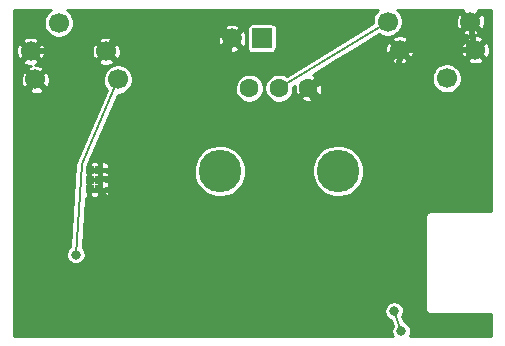
<source format=gbr>
G04 #@! TF.FileFunction,Copper,L2,Bot,Signal*
%FSLAX46Y46*%
G04 Gerber Fmt 4.6, Leading zero omitted, Abs format (unit mm)*
G04 Created by KiCad (PCBNEW 4.0.0-rc1-stable) date 19.10.2015 17:54:31*
%MOMM*%
G01*
G04 APERTURE LIST*
%ADD10C,0.100000*%
%ADD11R,0.800000X0.800000*%
%ADD12C,3.600000*%
%ADD13C,1.600000*%
%ADD14C,1.699260*%
%ADD15R,1.676400X1.676400*%
%ADD16C,1.676400*%
%ADD17C,0.800000*%
%ADD18C,0.200000*%
%ADD19C,0.500000*%
%ADD20C,0.254000*%
G04 APERTURE END LIST*
D10*
D11*
X196748800Y-103272300D03*
X197548800Y-103272300D03*
X196748800Y-102472300D03*
X197548800Y-102472300D03*
X196748800Y-104072300D03*
X197548800Y-104072300D03*
D12*
X217750000Y-102524300D03*
X207750000Y-102524300D03*
D13*
X215250000Y-95524300D03*
X212750000Y-95524300D03*
X210250000Y-95524300D03*
D14*
X191721360Y-92382000D03*
X192120140Y-94782300D03*
X194121660Y-89981700D03*
X199120380Y-94782300D03*
X198119620Y-92382000D03*
X229361340Y-92274200D03*
X228962560Y-89873900D03*
X226961040Y-94674500D03*
X221962320Y-89873900D03*
X222963080Y-92274200D03*
D15*
X211317600Y-91304500D03*
D16*
X208777600Y-91304500D03*
D17*
X222499800Y-114380700D03*
X223101200Y-116087600D03*
X213671600Y-90195900D03*
X218304300Y-90258900D03*
X211617600Y-94393500D03*
X208012100Y-94340300D03*
X224201300Y-108230700D03*
X219859600Y-110439500D03*
X219597800Y-114947900D03*
X222627700Y-99457500D03*
X201526400Y-98165700D03*
X198384600Y-101372300D03*
X197834900Y-109464600D03*
X200727400Y-103203100D03*
X192373200Y-105345500D03*
X194762500Y-96874400D03*
X191178600Y-99915300D03*
X192916200Y-99118900D03*
X191033800Y-96838200D03*
X193676400Y-92349300D03*
X199649600Y-90104800D03*
X204355800Y-90141000D03*
X202437100Y-94521300D03*
X205043600Y-98358700D03*
X204681600Y-103897500D03*
X201170100Y-105236900D03*
X191504400Y-111535900D03*
X197803400Y-111861700D03*
X204428200Y-111391100D03*
X211632200Y-111029100D03*
X191576800Y-115880100D03*
X197405200Y-115880100D03*
X201749300Y-115192200D03*
X208881000Y-115735300D03*
X214528300Y-115662800D03*
X208120700Y-108965600D03*
X210184200Y-106648700D03*
X215433400Y-106612500D03*
X210220400Y-98394900D03*
X216736600Y-98575900D03*
X220284300Y-106576300D03*
X221455800Y-102675800D03*
X220006100Y-96404300D03*
X229334500Y-101667300D03*
X225899400Y-97854000D03*
X229113900Y-96561900D03*
X225836300Y-90826200D03*
X195554800Y-109607900D03*
D18*
X222499800Y-114380700D02*
X223101200Y-116087600D01*
D19*
X208012100Y-94340300D02*
X208859700Y-94340300D01*
X213671600Y-90195900D02*
X211617600Y-94393500D01*
X213671600Y-90195900D02*
X218304300Y-90258900D01*
X210924100Y-93700000D02*
X211617600Y-94393500D01*
X209500000Y-93700000D02*
X210924100Y-93700000D01*
X208859700Y-94340300D02*
X209500000Y-93700000D01*
X216736600Y-98575900D02*
X215250000Y-95524300D01*
X220006100Y-96404300D02*
X216736600Y-98575900D01*
X222963100Y-92274200D02*
X225836300Y-90826200D01*
X225899400Y-97854000D02*
X222627700Y-99457500D01*
X229334500Y-101667300D02*
X225899400Y-97854000D01*
X229113900Y-96561900D02*
X225899400Y-97854000D01*
X221455800Y-102675800D02*
X222627700Y-99457500D01*
X214528300Y-115662800D02*
X219597800Y-114947900D01*
X220284300Y-106576300D02*
X224201300Y-108230700D01*
X215433400Y-106612500D02*
X220284300Y-106576300D01*
X211632200Y-111029100D02*
X208881000Y-115735300D01*
X208120700Y-108965600D02*
X211632200Y-111029100D01*
X208120700Y-108965600D02*
X210184200Y-106648700D01*
X204428200Y-111391100D02*
X208120700Y-108965600D01*
X201749300Y-115192200D02*
X204428200Y-111391100D01*
X190736700Y-108958300D02*
X192373200Y-105345500D01*
X191504400Y-111535900D02*
X190736700Y-108958300D01*
X197405200Y-115880100D02*
X201749300Y-115192200D01*
X197803400Y-111861700D02*
X197405200Y-115880100D01*
X197803400Y-111861700D02*
X197834900Y-109464600D01*
X191576800Y-115880100D02*
X191504400Y-111535900D01*
X201170100Y-105236900D02*
X200727400Y-103203100D01*
X204681600Y-103897500D02*
X201170100Y-105236900D01*
X208012100Y-94340300D02*
X210220400Y-98394900D01*
X208012100Y-94340300D02*
X208777600Y-91304500D01*
X204355800Y-90141000D02*
X208777600Y-91304500D01*
X201526400Y-98165700D02*
X205043600Y-98358700D01*
X202437100Y-94521300D02*
X201526400Y-98165700D01*
X193596500Y-97223700D02*
X194762500Y-96874400D01*
X192997700Y-97728000D02*
X193596500Y-97223700D01*
X192916200Y-99118900D02*
X192997700Y-97728000D01*
X191178600Y-99915300D02*
X192916200Y-99118900D01*
X191033800Y-96838200D02*
X191178600Y-99915300D01*
X192120100Y-94782300D02*
X191033800Y-96838200D01*
X198119600Y-92382000D02*
X199649600Y-90104800D01*
X191721400Y-92382000D02*
X193676400Y-92349300D01*
X197698800Y-103203100D02*
X197548800Y-103272300D01*
X197948800Y-103203100D02*
X197698800Y-103203100D01*
X200727400Y-103203100D02*
X197948800Y-103203100D01*
X197910800Y-104604800D02*
X197548800Y-104072300D01*
X197698800Y-104472300D02*
X197910800Y-104604800D01*
X197698800Y-104575900D02*
X197698800Y-104472300D01*
X197834900Y-109464600D02*
X197698800Y-104575900D01*
X198384600Y-101372300D02*
X201526400Y-98165700D01*
X224201300Y-108230700D02*
X219859600Y-110439500D01*
X208777600Y-91304500D02*
X201526400Y-98165700D01*
X222627700Y-99457500D02*
X222963100Y-92274200D01*
X222963100Y-92274200D02*
X215250000Y-95524300D01*
X228962600Y-89873900D02*
X229361300Y-92274200D01*
X222963100Y-92274200D02*
X229361300Y-92274200D01*
X224201300Y-108230700D02*
X222627700Y-99457500D01*
X219859600Y-110439500D02*
X219597800Y-114947900D01*
D18*
X196048300Y-101947800D02*
X199120400Y-94782300D01*
X195554800Y-109607900D02*
X196048300Y-101947800D01*
X212750000Y-95524300D02*
X221962300Y-89873900D01*
D20*
G36*
X193317848Y-88981960D02*
X193138973Y-89157128D01*
X192997528Y-89363703D01*
X192898900Y-89593818D01*
X192846848Y-89838707D01*
X192843352Y-90089043D01*
X192888547Y-90335290D01*
X192980710Y-90568068D01*
X193116333Y-90778513D01*
X193290247Y-90958607D01*
X193495830Y-91101491D01*
X193725251Y-91201722D01*
X193969771Y-91255483D01*
X194220076Y-91260726D01*
X194466632Y-91217252D01*
X194700049Y-91126715D01*
X194911435Y-90992566D01*
X195092739Y-90819913D01*
X195237054Y-90615332D01*
X195322692Y-90422985D01*
X208075690Y-90422985D01*
X208777600Y-91124895D01*
X209436195Y-90466300D01*
X210050334Y-90466300D01*
X210050334Y-92142700D01*
X210055756Y-92210698D01*
X210091473Y-92326030D01*
X210157906Y-92426846D01*
X210249795Y-92505163D01*
X210359865Y-92554779D01*
X210479400Y-92571766D01*
X212155800Y-92571766D01*
X212223798Y-92566344D01*
X212339130Y-92530627D01*
X212439946Y-92464194D01*
X212518263Y-92372305D01*
X212567879Y-92262235D01*
X212584866Y-92142700D01*
X212584866Y-90466300D01*
X212579444Y-90398302D01*
X212543727Y-90282970D01*
X212477294Y-90182154D01*
X212385405Y-90103837D01*
X212275335Y-90054221D01*
X212155800Y-90037234D01*
X210479400Y-90037234D01*
X210411402Y-90042656D01*
X210296070Y-90078373D01*
X210195254Y-90144806D01*
X210116937Y-90236695D01*
X210067321Y-90346765D01*
X210050334Y-90466300D01*
X209436195Y-90466300D01*
X209479510Y-90422985D01*
X209388695Y-90247334D01*
X209170710Y-90148428D01*
X208937618Y-90093950D01*
X208698377Y-90085992D01*
X208462180Y-90124861D01*
X208238104Y-90209063D01*
X208166505Y-90247334D01*
X208075690Y-90422985D01*
X195322692Y-90422985D01*
X195338885Y-90386617D01*
X195394352Y-90142478D01*
X195398345Y-89856520D01*
X195349716Y-89610928D01*
X195254311Y-89379459D01*
X195115764Y-89170928D01*
X194939352Y-88993280D01*
X194766959Y-88877000D01*
X221155608Y-88877000D01*
X220979633Y-89049328D01*
X220838188Y-89255903D01*
X220739560Y-89486018D01*
X220687508Y-89730907D01*
X220684012Y-89981243D01*
X220693657Y-90033794D01*
X213419218Y-94495600D01*
X213336415Y-94439749D01*
X213114589Y-94346502D01*
X212878877Y-94298117D01*
X212638256Y-94296437D01*
X212401891Y-94341526D01*
X212178785Y-94431667D01*
X211977437Y-94563425D01*
X211805515Y-94731783D01*
X211669569Y-94930328D01*
X211574776Y-95151497D01*
X211524747Y-95386866D01*
X211521387Y-95627470D01*
X211564825Y-95864143D01*
X211653406Y-96087873D01*
X211783755Y-96290136D01*
X211950909Y-96463229D01*
X212148500Y-96600558D01*
X212369002Y-96696893D01*
X212604015Y-96748564D01*
X212844590Y-96753603D01*
X213081561Y-96711819D01*
X213305904Y-96624802D01*
X213509072Y-96495868D01*
X213632328Y-96378492D01*
X214575413Y-96378492D01*
X214661595Y-96550236D01*
X214873051Y-96645315D01*
X215098992Y-96697314D01*
X215330738Y-96704236D01*
X215559380Y-96665812D01*
X215776133Y-96583521D01*
X215838405Y-96550236D01*
X215924587Y-96378492D01*
X215250000Y-95703905D01*
X214575413Y-96378492D01*
X213632328Y-96378492D01*
X213683327Y-96329926D01*
X213822032Y-96133299D01*
X213919904Y-95913475D01*
X213973215Y-95678828D01*
X213977053Y-95403986D01*
X213974569Y-95391439D01*
X214088957Y-95321279D01*
X214076986Y-95373292D01*
X214070064Y-95605038D01*
X214108488Y-95833680D01*
X214190779Y-96050433D01*
X214224064Y-96112705D01*
X214395808Y-96198887D01*
X215070395Y-95524300D01*
X215429605Y-95524300D01*
X216104192Y-96198887D01*
X216275936Y-96112705D01*
X216371015Y-95901249D01*
X216423014Y-95675308D01*
X216429936Y-95443562D01*
X216391512Y-95214920D01*
X216309221Y-94998167D01*
X216275936Y-94935895D01*
X216104192Y-94849713D01*
X215429605Y-95524300D01*
X215070395Y-95524300D01*
X215056253Y-95510158D01*
X215235858Y-95330553D01*
X215250000Y-95344695D01*
X215812852Y-94781843D01*
X225682732Y-94781843D01*
X225727927Y-95028090D01*
X225820090Y-95260868D01*
X225955713Y-95471313D01*
X226129627Y-95651407D01*
X226335210Y-95794291D01*
X226564631Y-95894522D01*
X226809151Y-95948283D01*
X227059456Y-95953526D01*
X227306012Y-95910052D01*
X227539429Y-95819515D01*
X227750815Y-95685366D01*
X227932119Y-95512713D01*
X228076434Y-95308132D01*
X228178265Y-95079417D01*
X228233732Y-94835278D01*
X228237725Y-94549320D01*
X228189096Y-94303728D01*
X228093691Y-94072259D01*
X227955144Y-93863728D01*
X227778732Y-93686080D01*
X227571174Y-93546081D01*
X227340376Y-93449062D01*
X227095130Y-93398720D01*
X226844776Y-93396973D01*
X226598850Y-93443885D01*
X226366721Y-93537672D01*
X226157228Y-93674760D01*
X225978353Y-93849928D01*
X225836908Y-94056503D01*
X225738280Y-94286618D01*
X225686228Y-94531507D01*
X225682732Y-94781843D01*
X215812852Y-94781843D01*
X215924587Y-94670108D01*
X215838405Y-94498364D01*
X215626949Y-94403285D01*
X215596907Y-94396371D01*
X217606324Y-93163887D01*
X222252998Y-93163887D01*
X222345197Y-93340708D01*
X222565135Y-93440759D01*
X222800366Y-93495979D01*
X223041850Y-93504246D01*
X223280306Y-93465244D01*
X223506572Y-93380470D01*
X223580963Y-93340708D01*
X223673162Y-93163887D01*
X228651258Y-93163887D01*
X228743457Y-93340708D01*
X228963395Y-93440759D01*
X229198626Y-93495979D01*
X229440110Y-93504246D01*
X229678566Y-93465244D01*
X229904832Y-93380470D01*
X229979223Y-93340708D01*
X230071422Y-93163887D01*
X229361340Y-92453805D01*
X228651258Y-93163887D01*
X223673162Y-93163887D01*
X222963080Y-92453805D01*
X222252998Y-93163887D01*
X217606324Y-93163887D01*
X218928428Y-92352970D01*
X221733034Y-92352970D01*
X221772036Y-92591426D01*
X221856810Y-92817692D01*
X221896572Y-92892083D01*
X222073393Y-92984282D01*
X222783475Y-92274200D01*
X223142685Y-92274200D01*
X223852767Y-92984282D01*
X224029588Y-92892083D01*
X224129639Y-92672145D01*
X224184859Y-92436914D01*
X224187732Y-92352970D01*
X228131294Y-92352970D01*
X228170296Y-92591426D01*
X228255070Y-92817692D01*
X228294832Y-92892083D01*
X228471653Y-92984282D01*
X229181735Y-92274200D01*
X229540945Y-92274200D01*
X230251027Y-92984282D01*
X230427848Y-92892083D01*
X230527899Y-92672145D01*
X230583119Y-92436914D01*
X230591386Y-92195430D01*
X230552384Y-91956974D01*
X230467610Y-91730708D01*
X230427848Y-91656317D01*
X230251027Y-91564118D01*
X229540945Y-92274200D01*
X229181735Y-92274200D01*
X228471653Y-91564118D01*
X228294832Y-91656317D01*
X228194781Y-91876255D01*
X228139561Y-92111486D01*
X228131294Y-92352970D01*
X224187732Y-92352970D01*
X224193126Y-92195430D01*
X224154124Y-91956974D01*
X224069350Y-91730708D01*
X224029588Y-91656317D01*
X223852767Y-91564118D01*
X223142685Y-92274200D01*
X222783475Y-92274200D01*
X222073393Y-91564118D01*
X221896572Y-91656317D01*
X221796521Y-91876255D01*
X221741301Y-92111486D01*
X221733034Y-92352970D01*
X218928428Y-92352970D01*
X220507381Y-91384513D01*
X222252998Y-91384513D01*
X222963080Y-92094595D01*
X223673162Y-91384513D01*
X223580963Y-91207692D01*
X223361025Y-91107641D01*
X223125794Y-91052421D01*
X222884310Y-91044154D01*
X222645854Y-91083156D01*
X222419588Y-91167930D01*
X222345197Y-91207692D01*
X222252998Y-91384513D01*
X220507381Y-91384513D01*
X221246520Y-90931160D01*
X221336490Y-90993691D01*
X221565911Y-91093922D01*
X221810431Y-91147683D01*
X222060736Y-91152926D01*
X222307292Y-91109452D01*
X222540709Y-91018915D01*
X222752095Y-90884766D01*
X222879345Y-90763587D01*
X228252478Y-90763587D01*
X228344677Y-90940408D01*
X228564615Y-91040459D01*
X228799846Y-91095679D01*
X228993037Y-91102293D01*
X228817848Y-91167930D01*
X228743457Y-91207692D01*
X228651258Y-91384513D01*
X229361340Y-92094595D01*
X230071422Y-91384513D01*
X229979223Y-91207692D01*
X229759285Y-91107641D01*
X229524054Y-91052421D01*
X229330863Y-91045807D01*
X229506052Y-90980170D01*
X229580443Y-90940408D01*
X229672642Y-90763587D01*
X228962560Y-90053505D01*
X228252478Y-90763587D01*
X222879345Y-90763587D01*
X222933399Y-90712113D01*
X223077714Y-90507532D01*
X223179545Y-90278817D01*
X223235012Y-90034678D01*
X223236157Y-89952670D01*
X227732514Y-89952670D01*
X227771516Y-90191126D01*
X227856290Y-90417392D01*
X227896052Y-90491783D01*
X228072873Y-90583982D01*
X228782955Y-89873900D01*
X229142165Y-89873900D01*
X229852247Y-90583982D01*
X230029068Y-90491783D01*
X230129119Y-90271845D01*
X230184339Y-90036614D01*
X230192606Y-89795130D01*
X230153604Y-89556674D01*
X230068830Y-89330408D01*
X230029068Y-89256017D01*
X229852247Y-89163818D01*
X229142165Y-89873900D01*
X228782955Y-89873900D01*
X228072873Y-89163818D01*
X227896052Y-89256017D01*
X227796001Y-89475955D01*
X227740781Y-89711186D01*
X227732514Y-89952670D01*
X223236157Y-89952670D01*
X223239005Y-89748720D01*
X223190376Y-89503128D01*
X223094971Y-89271659D01*
X222956424Y-89063128D01*
X222780012Y-88885480D01*
X222767440Y-88877000D01*
X228308382Y-88877000D01*
X228252478Y-88984213D01*
X228962560Y-89694295D01*
X229672642Y-88984213D01*
X229616738Y-88877000D01*
X230723000Y-88877000D01*
X230723000Y-105923000D01*
X225600000Y-105923000D01*
X225555270Y-105927386D01*
X225510619Y-105931449D01*
X225509017Y-105931921D01*
X225507350Y-105932084D01*
X225464381Y-105945058D01*
X225421313Y-105957733D01*
X225419829Y-105958509D01*
X225418229Y-105958992D01*
X225378665Y-105980028D01*
X225338812Y-106000863D01*
X225337505Y-106001914D01*
X225336032Y-106002697D01*
X225301243Y-106031070D01*
X225266261Y-106059197D01*
X225265188Y-106060475D01*
X225263889Y-106061535D01*
X225235223Y-106096187D01*
X225206421Y-106130511D01*
X225205616Y-106131975D01*
X225204549Y-106133265D01*
X225183188Y-106172772D01*
X225161572Y-106212090D01*
X225161066Y-106213684D01*
X225160271Y-106215155D01*
X225146999Y-106258032D01*
X225133424Y-106300826D01*
X225133238Y-106302488D01*
X225132743Y-106304086D01*
X225128058Y-106348664D01*
X225123046Y-106393340D01*
X225123024Y-106396558D01*
X225123012Y-106396670D01*
X225123022Y-106396782D01*
X225123000Y-106400000D01*
X225123000Y-114200000D01*
X225127386Y-114244730D01*
X225131449Y-114289381D01*
X225131921Y-114290983D01*
X225132084Y-114292650D01*
X225145058Y-114335619D01*
X225157733Y-114378687D01*
X225158509Y-114380171D01*
X225158992Y-114381771D01*
X225180028Y-114421335D01*
X225200863Y-114461188D01*
X225201914Y-114462495D01*
X225202697Y-114463968D01*
X225231070Y-114498757D01*
X225259197Y-114533739D01*
X225260475Y-114534812D01*
X225261535Y-114536111D01*
X225296187Y-114564777D01*
X225330511Y-114593579D01*
X225331975Y-114594384D01*
X225333265Y-114595451D01*
X225372772Y-114616812D01*
X225412090Y-114638428D01*
X225413684Y-114638934D01*
X225415155Y-114639729D01*
X225458032Y-114653001D01*
X225500826Y-114666576D01*
X225502488Y-114666762D01*
X225504086Y-114667257D01*
X225548664Y-114671942D01*
X225593340Y-114676954D01*
X225596558Y-114676976D01*
X225596670Y-114676988D01*
X225596782Y-114676978D01*
X225600000Y-114677000D01*
X230723000Y-114677000D01*
X230723000Y-116523000D01*
X223806162Y-116523000D01*
X223823751Y-116498066D01*
X223889717Y-116349905D01*
X223925648Y-116191752D01*
X223928235Y-116006509D01*
X223896733Y-115847414D01*
X223834930Y-115697469D01*
X223745180Y-115562383D01*
X223630900Y-115447303D01*
X223496444Y-115356611D01*
X223386051Y-115310206D01*
X223209563Y-114809295D01*
X223222351Y-114791166D01*
X223288317Y-114643005D01*
X223324248Y-114484852D01*
X223326835Y-114299609D01*
X223295333Y-114140514D01*
X223233530Y-113990569D01*
X223143780Y-113855483D01*
X223029500Y-113740403D01*
X222895044Y-113649711D01*
X222745534Y-113586863D01*
X222586663Y-113554251D01*
X222424484Y-113553119D01*
X222265174Y-113583509D01*
X222114801Y-113644264D01*
X221979092Y-113733069D01*
X221863216Y-113846543D01*
X221771588Y-113980362D01*
X221707698Y-114129430D01*
X221673978Y-114288069D01*
X221671713Y-114450236D01*
X221700991Y-114609755D01*
X221760694Y-114760549D01*
X221848550Y-114896874D01*
X221961212Y-115013539D01*
X222094388Y-115106099D01*
X222215231Y-115158894D01*
X222391742Y-115659872D01*
X222372988Y-115687262D01*
X222309098Y-115836330D01*
X222275378Y-115994969D01*
X222273113Y-116157136D01*
X222302391Y-116316655D01*
X222362094Y-116467449D01*
X222397894Y-116523000D01*
X190277000Y-116523000D01*
X190277000Y-109677436D01*
X194726713Y-109677436D01*
X194755991Y-109836955D01*
X194815694Y-109987749D01*
X194903550Y-110124074D01*
X195016212Y-110240739D01*
X195149388Y-110333299D01*
X195298007Y-110398229D01*
X195456406Y-110433055D01*
X195618554Y-110436452D01*
X195778273Y-110408289D01*
X195929480Y-110349640D01*
X196066415Y-110262738D01*
X196183864Y-110150893D01*
X196277351Y-110018366D01*
X196343317Y-109870205D01*
X196379248Y-109712052D01*
X196381835Y-109526809D01*
X196350333Y-109367714D01*
X196288530Y-109217769D01*
X196198780Y-109082683D01*
X196121729Y-109005092D01*
X196389464Y-104849300D01*
X196527550Y-104849300D01*
X196621800Y-104755050D01*
X196621800Y-104293550D01*
X196771800Y-104293550D01*
X196771800Y-104509431D01*
X196786288Y-104582267D01*
X196814707Y-104650876D01*
X196855965Y-104712623D01*
X196875800Y-104732458D01*
X196875800Y-104755050D01*
X196970050Y-104849300D01*
X197327550Y-104849300D01*
X197421800Y-104755050D01*
X197421800Y-104732458D01*
X197441635Y-104712623D01*
X197482893Y-104650876D01*
X197511312Y-104582267D01*
X197525800Y-104509431D01*
X197525800Y-104293550D01*
X197431550Y-104199300D01*
X197675800Y-104199300D01*
X197675800Y-104755050D01*
X197770050Y-104849300D01*
X197985932Y-104849300D01*
X198058767Y-104834812D01*
X198127377Y-104806393D01*
X198189124Y-104765135D01*
X198241635Y-104712623D01*
X198282893Y-104650876D01*
X198311312Y-104582267D01*
X198325800Y-104509431D01*
X198325800Y-104293550D01*
X198231550Y-104199300D01*
X197675800Y-104199300D01*
X197431550Y-104199300D01*
X196866050Y-104199300D01*
X196771800Y-104293550D01*
X196621800Y-104293550D01*
X196621800Y-104199300D01*
X196601800Y-104199300D01*
X196601800Y-103975050D01*
X196621800Y-103955050D01*
X196621800Y-103493550D01*
X196771800Y-103493550D01*
X196771800Y-103851050D01*
X196866050Y-103945300D01*
X196875800Y-103945300D01*
X196875800Y-103955050D01*
X196970050Y-104049300D01*
X197327550Y-104049300D01*
X197421800Y-103955050D01*
X197421800Y-103945300D01*
X197431550Y-103945300D01*
X197525800Y-103851050D01*
X197525800Y-103493550D01*
X197431550Y-103399300D01*
X197421800Y-103399300D01*
X197421800Y-103389550D01*
X197675800Y-103389550D01*
X197675800Y-103955050D01*
X197770050Y-104049300D01*
X197985932Y-104049300D01*
X198058767Y-104034812D01*
X198127377Y-104006393D01*
X198189124Y-103965135D01*
X198208959Y-103945300D01*
X198231550Y-103945300D01*
X198325800Y-103851050D01*
X198325800Y-103493550D01*
X198231550Y-103399300D01*
X198208959Y-103399300D01*
X198189124Y-103379465D01*
X198127377Y-103338207D01*
X198058767Y-103309788D01*
X197985932Y-103295300D01*
X197770050Y-103295300D01*
X197675800Y-103389550D01*
X197421800Y-103389550D01*
X197327550Y-103295300D01*
X196970050Y-103295300D01*
X196875800Y-103389550D01*
X196875800Y-103399300D01*
X196866050Y-103399300D01*
X196771800Y-103493550D01*
X196621800Y-103493550D01*
X196621800Y-103389550D01*
X196601800Y-103369550D01*
X196601800Y-103175050D01*
X196621800Y-103155050D01*
X196621800Y-102693550D01*
X196771800Y-102693550D01*
X196771800Y-103051050D01*
X196866050Y-103145300D01*
X196875800Y-103145300D01*
X196875800Y-103155050D01*
X196970050Y-103249300D01*
X197327550Y-103249300D01*
X197421800Y-103155050D01*
X197421800Y-103145300D01*
X197431550Y-103145300D01*
X197525800Y-103051050D01*
X197525800Y-102693550D01*
X197431550Y-102599300D01*
X197421800Y-102599300D01*
X197421800Y-102589550D01*
X197675800Y-102589550D01*
X197675800Y-103155050D01*
X197770050Y-103249300D01*
X197985932Y-103249300D01*
X198058767Y-103234812D01*
X198127377Y-103206393D01*
X198189124Y-103165135D01*
X198208959Y-103145300D01*
X198231550Y-103145300D01*
X198325800Y-103051050D01*
X198325800Y-102711552D01*
X205520072Y-102711552D01*
X205598912Y-103141115D01*
X205759685Y-103547183D01*
X205996270Y-103914290D01*
X206299653Y-104228452D01*
X206658279Y-104477704D01*
X207058489Y-104652551D01*
X207485038Y-104746334D01*
X207921680Y-104755481D01*
X208351782Y-104679642D01*
X208758963Y-104521707D01*
X209127712Y-104287692D01*
X209443985Y-103986509D01*
X209695735Y-103629631D01*
X209873372Y-103230652D01*
X209970130Y-102804768D01*
X209971431Y-102711552D01*
X215520072Y-102711552D01*
X215598912Y-103141115D01*
X215759685Y-103547183D01*
X215996270Y-103914290D01*
X216299653Y-104228452D01*
X216658279Y-104477704D01*
X217058489Y-104652551D01*
X217485038Y-104746334D01*
X217921680Y-104755481D01*
X218351782Y-104679642D01*
X218758963Y-104521707D01*
X219127712Y-104287692D01*
X219443985Y-103986509D01*
X219695735Y-103629631D01*
X219873372Y-103230652D01*
X219970130Y-102804768D01*
X219977096Y-102305931D01*
X219892267Y-101877512D01*
X219725839Y-101473728D01*
X219484152Y-101109960D01*
X219176412Y-100800064D01*
X218814340Y-100555844D01*
X218411728Y-100386601D01*
X217983911Y-100298783D01*
X217547185Y-100295734D01*
X217118183Y-100377570D01*
X216713247Y-100541175D01*
X216347801Y-100780316D01*
X216035764Y-101085885D01*
X215789022Y-101446243D01*
X215616973Y-101847664D01*
X215526170Y-102274857D01*
X215520072Y-102711552D01*
X209971431Y-102711552D01*
X209977096Y-102305931D01*
X209892267Y-101877512D01*
X209725839Y-101473728D01*
X209484152Y-101109960D01*
X209176412Y-100800064D01*
X208814340Y-100555844D01*
X208411728Y-100386601D01*
X207983911Y-100298783D01*
X207547185Y-100295734D01*
X207118183Y-100377570D01*
X206713247Y-100541175D01*
X206347801Y-100780316D01*
X206035764Y-101085885D01*
X205789022Y-101446243D01*
X205616973Y-101847664D01*
X205526170Y-102274857D01*
X205520072Y-102711552D01*
X198325800Y-102711552D01*
X198325800Y-102693550D01*
X198231550Y-102599300D01*
X198208959Y-102599300D01*
X198189124Y-102579465D01*
X198127377Y-102538207D01*
X198058767Y-102509788D01*
X197985932Y-102495300D01*
X197770050Y-102495300D01*
X197675800Y-102589550D01*
X197421800Y-102589550D01*
X197327550Y-102495300D01*
X196970050Y-102495300D01*
X196875800Y-102589550D01*
X196875800Y-102599300D01*
X196866050Y-102599300D01*
X196771800Y-102693550D01*
X196621800Y-102693550D01*
X196621800Y-102589550D01*
X196601800Y-102569550D01*
X196601800Y-102345300D01*
X196621800Y-102345300D01*
X196621800Y-102035169D01*
X196771800Y-102035169D01*
X196771800Y-102251050D01*
X196866050Y-102345300D01*
X197431550Y-102345300D01*
X197525800Y-102251050D01*
X197525800Y-102035169D01*
X197511312Y-101962333D01*
X197482893Y-101893724D01*
X197441635Y-101831977D01*
X197421800Y-101812142D01*
X197421800Y-101789550D01*
X197675800Y-101789550D01*
X197675800Y-102345300D01*
X198231550Y-102345300D01*
X198325800Y-102251050D01*
X198325800Y-102035169D01*
X198311312Y-101962333D01*
X198282893Y-101893724D01*
X198241635Y-101831977D01*
X198189124Y-101779465D01*
X198127377Y-101738207D01*
X198058767Y-101709788D01*
X197985932Y-101695300D01*
X197770050Y-101695300D01*
X197675800Y-101789550D01*
X197421800Y-101789550D01*
X197327550Y-101695300D01*
X196970050Y-101695300D01*
X196875800Y-101789550D01*
X196875800Y-101812142D01*
X196855965Y-101831977D01*
X196814707Y-101893724D01*
X196786288Y-101962333D01*
X196771800Y-102035169D01*
X196621800Y-102035169D01*
X196621800Y-101947550D01*
X199146083Y-96059803D01*
X199218796Y-96061326D01*
X199465352Y-96017852D01*
X199698769Y-95927315D01*
X199910155Y-95793166D01*
X200084153Y-95627470D01*
X209021387Y-95627470D01*
X209064825Y-95864143D01*
X209153406Y-96087873D01*
X209283755Y-96290136D01*
X209450909Y-96463229D01*
X209648500Y-96600558D01*
X209869002Y-96696893D01*
X210104015Y-96748564D01*
X210344590Y-96753603D01*
X210581561Y-96711819D01*
X210805904Y-96624802D01*
X211009072Y-96495868D01*
X211183327Y-96329926D01*
X211322032Y-96133299D01*
X211419904Y-95913475D01*
X211473215Y-95678828D01*
X211477053Y-95403986D01*
X211430315Y-95167942D01*
X211338619Y-94945471D01*
X211205458Y-94745048D01*
X211035904Y-94574306D01*
X210836415Y-94439749D01*
X210614589Y-94346502D01*
X210378877Y-94298117D01*
X210138256Y-94296437D01*
X209901891Y-94341526D01*
X209678785Y-94431667D01*
X209477437Y-94563425D01*
X209305515Y-94731783D01*
X209169569Y-94930328D01*
X209074776Y-95151497D01*
X209024747Y-95386866D01*
X209021387Y-95627470D01*
X200084153Y-95627470D01*
X200091459Y-95620513D01*
X200235774Y-95415932D01*
X200337605Y-95187217D01*
X200393072Y-94943078D01*
X200397065Y-94657120D01*
X200348436Y-94411528D01*
X200253031Y-94180059D01*
X200114484Y-93971528D01*
X199938072Y-93793880D01*
X199730514Y-93653881D01*
X199499716Y-93556862D01*
X199254470Y-93506520D01*
X199004116Y-93504773D01*
X198758190Y-93551685D01*
X198526061Y-93645472D01*
X198316568Y-93782560D01*
X198137693Y-93957728D01*
X197996248Y-94164303D01*
X197897620Y-94394418D01*
X197845568Y-94639307D01*
X197842072Y-94889643D01*
X197887267Y-95135890D01*
X197979430Y-95368668D01*
X198115053Y-95579113D01*
X198177611Y-95643894D01*
X195563939Y-101740138D01*
X195553480Y-101773098D01*
X195540927Y-101805317D01*
X195537957Y-101822014D01*
X195532829Y-101838173D01*
X195528972Y-101872526D01*
X195522914Y-101906579D01*
X195522390Y-101913919D01*
X195069942Y-108936810D01*
X195034092Y-108960269D01*
X194918216Y-109073743D01*
X194826588Y-109207562D01*
X194762698Y-109356630D01*
X194728978Y-109515269D01*
X194726713Y-109677436D01*
X190277000Y-109677436D01*
X190277000Y-95671987D01*
X191410058Y-95671987D01*
X191502257Y-95848808D01*
X191722195Y-95948859D01*
X191957426Y-96004079D01*
X192198910Y-96012346D01*
X192437366Y-95973344D01*
X192663632Y-95888570D01*
X192738023Y-95848808D01*
X192830222Y-95671987D01*
X192120140Y-94961905D01*
X191410058Y-95671987D01*
X190277000Y-95671987D01*
X190277000Y-94861070D01*
X190890094Y-94861070D01*
X190929096Y-95099526D01*
X191013870Y-95325792D01*
X191053632Y-95400183D01*
X191230453Y-95492382D01*
X191940535Y-94782300D01*
X192299745Y-94782300D01*
X193009827Y-95492382D01*
X193186648Y-95400183D01*
X193286699Y-95180245D01*
X193341919Y-94945014D01*
X193350186Y-94703530D01*
X193311184Y-94465074D01*
X193226410Y-94238808D01*
X193186648Y-94164417D01*
X193009827Y-94072218D01*
X192299745Y-94782300D01*
X191940535Y-94782300D01*
X191230453Y-94072218D01*
X191053632Y-94164417D01*
X190953581Y-94384355D01*
X190898361Y-94619586D01*
X190890094Y-94861070D01*
X190277000Y-94861070D01*
X190277000Y-93271687D01*
X191011278Y-93271687D01*
X191103477Y-93448508D01*
X191323415Y-93548559D01*
X191558646Y-93603779D01*
X191751837Y-93610393D01*
X191576648Y-93676030D01*
X191502257Y-93715792D01*
X191410058Y-93892613D01*
X192120140Y-94602695D01*
X192830222Y-93892613D01*
X192738023Y-93715792D01*
X192518085Y-93615741D01*
X192282854Y-93560521D01*
X192089663Y-93553907D01*
X192264852Y-93488270D01*
X192339243Y-93448508D01*
X192431442Y-93271687D01*
X197409538Y-93271687D01*
X197501737Y-93448508D01*
X197721675Y-93548559D01*
X197956906Y-93603779D01*
X198198390Y-93612046D01*
X198436846Y-93573044D01*
X198663112Y-93488270D01*
X198737503Y-93448508D01*
X198829702Y-93271687D01*
X198119620Y-92561605D01*
X197409538Y-93271687D01*
X192431442Y-93271687D01*
X191721360Y-92561605D01*
X191011278Y-93271687D01*
X190277000Y-93271687D01*
X190277000Y-92460770D01*
X190491314Y-92460770D01*
X190530316Y-92699226D01*
X190615090Y-92925492D01*
X190654852Y-92999883D01*
X190831673Y-93092082D01*
X191541755Y-92382000D01*
X191900965Y-92382000D01*
X192611047Y-93092082D01*
X192787868Y-92999883D01*
X192887919Y-92779945D01*
X192943139Y-92544714D01*
X192946012Y-92460770D01*
X196889574Y-92460770D01*
X196928576Y-92699226D01*
X197013350Y-92925492D01*
X197053112Y-92999883D01*
X197229933Y-93092082D01*
X197940015Y-92382000D01*
X198299225Y-92382000D01*
X199009307Y-93092082D01*
X199186128Y-92999883D01*
X199286179Y-92779945D01*
X199341399Y-92544714D01*
X199349666Y-92303230D01*
X199330495Y-92186015D01*
X208075690Y-92186015D01*
X208166505Y-92361666D01*
X208384490Y-92460572D01*
X208617582Y-92515050D01*
X208856823Y-92523008D01*
X209093020Y-92484139D01*
X209317096Y-92399937D01*
X209388695Y-92361666D01*
X209479510Y-92186015D01*
X208777600Y-91484105D01*
X208075690Y-92186015D01*
X199330495Y-92186015D01*
X199310664Y-92064774D01*
X199225890Y-91838508D01*
X199186128Y-91764117D01*
X199009307Y-91671918D01*
X198299225Y-92382000D01*
X197940015Y-92382000D01*
X197229933Y-91671918D01*
X197053112Y-91764117D01*
X196953061Y-91984055D01*
X196897841Y-92219286D01*
X196889574Y-92460770D01*
X192946012Y-92460770D01*
X192951406Y-92303230D01*
X192912404Y-92064774D01*
X192827630Y-91838508D01*
X192787868Y-91764117D01*
X192611047Y-91671918D01*
X191900965Y-92382000D01*
X191541755Y-92382000D01*
X190831673Y-91671918D01*
X190654852Y-91764117D01*
X190554801Y-91984055D01*
X190499581Y-92219286D01*
X190491314Y-92460770D01*
X190277000Y-92460770D01*
X190277000Y-91492313D01*
X191011278Y-91492313D01*
X191721360Y-92202395D01*
X192431442Y-91492313D01*
X197409538Y-91492313D01*
X198119620Y-92202395D01*
X198829702Y-91492313D01*
X198773081Y-91383723D01*
X207559092Y-91383723D01*
X207597961Y-91619920D01*
X207682163Y-91843996D01*
X207720434Y-91915595D01*
X207896085Y-92006410D01*
X208597995Y-91304500D01*
X208957205Y-91304500D01*
X209659115Y-92006410D01*
X209834766Y-91915595D01*
X209933672Y-91697610D01*
X209988150Y-91464518D01*
X209996108Y-91225277D01*
X209957239Y-90989080D01*
X209873037Y-90765004D01*
X209834766Y-90693405D01*
X209659115Y-90602590D01*
X208957205Y-91304500D01*
X208597995Y-91304500D01*
X207896085Y-90602590D01*
X207720434Y-90693405D01*
X207621528Y-90911390D01*
X207567050Y-91144482D01*
X207559092Y-91383723D01*
X198773081Y-91383723D01*
X198737503Y-91315492D01*
X198517565Y-91215441D01*
X198282334Y-91160221D01*
X198040850Y-91151954D01*
X197802394Y-91190956D01*
X197576128Y-91275730D01*
X197501737Y-91315492D01*
X197409538Y-91492313D01*
X192431442Y-91492313D01*
X192339243Y-91315492D01*
X192119305Y-91215441D01*
X191884074Y-91160221D01*
X191642590Y-91151954D01*
X191404134Y-91190956D01*
X191177868Y-91275730D01*
X191103477Y-91315492D01*
X191011278Y-91492313D01*
X190277000Y-91492313D01*
X190277000Y-88877000D01*
X193478244Y-88877000D01*
X193317848Y-88981960D01*
X193317848Y-88981960D01*
G37*
X193317848Y-88981960D02*
X193138973Y-89157128D01*
X192997528Y-89363703D01*
X192898900Y-89593818D01*
X192846848Y-89838707D01*
X192843352Y-90089043D01*
X192888547Y-90335290D01*
X192980710Y-90568068D01*
X193116333Y-90778513D01*
X193290247Y-90958607D01*
X193495830Y-91101491D01*
X193725251Y-91201722D01*
X193969771Y-91255483D01*
X194220076Y-91260726D01*
X194466632Y-91217252D01*
X194700049Y-91126715D01*
X194911435Y-90992566D01*
X195092739Y-90819913D01*
X195237054Y-90615332D01*
X195322692Y-90422985D01*
X208075690Y-90422985D01*
X208777600Y-91124895D01*
X209436195Y-90466300D01*
X210050334Y-90466300D01*
X210050334Y-92142700D01*
X210055756Y-92210698D01*
X210091473Y-92326030D01*
X210157906Y-92426846D01*
X210249795Y-92505163D01*
X210359865Y-92554779D01*
X210479400Y-92571766D01*
X212155800Y-92571766D01*
X212223798Y-92566344D01*
X212339130Y-92530627D01*
X212439946Y-92464194D01*
X212518263Y-92372305D01*
X212567879Y-92262235D01*
X212584866Y-92142700D01*
X212584866Y-90466300D01*
X212579444Y-90398302D01*
X212543727Y-90282970D01*
X212477294Y-90182154D01*
X212385405Y-90103837D01*
X212275335Y-90054221D01*
X212155800Y-90037234D01*
X210479400Y-90037234D01*
X210411402Y-90042656D01*
X210296070Y-90078373D01*
X210195254Y-90144806D01*
X210116937Y-90236695D01*
X210067321Y-90346765D01*
X210050334Y-90466300D01*
X209436195Y-90466300D01*
X209479510Y-90422985D01*
X209388695Y-90247334D01*
X209170710Y-90148428D01*
X208937618Y-90093950D01*
X208698377Y-90085992D01*
X208462180Y-90124861D01*
X208238104Y-90209063D01*
X208166505Y-90247334D01*
X208075690Y-90422985D01*
X195322692Y-90422985D01*
X195338885Y-90386617D01*
X195394352Y-90142478D01*
X195398345Y-89856520D01*
X195349716Y-89610928D01*
X195254311Y-89379459D01*
X195115764Y-89170928D01*
X194939352Y-88993280D01*
X194766959Y-88877000D01*
X221155608Y-88877000D01*
X220979633Y-89049328D01*
X220838188Y-89255903D01*
X220739560Y-89486018D01*
X220687508Y-89730907D01*
X220684012Y-89981243D01*
X220693657Y-90033794D01*
X213419218Y-94495600D01*
X213336415Y-94439749D01*
X213114589Y-94346502D01*
X212878877Y-94298117D01*
X212638256Y-94296437D01*
X212401891Y-94341526D01*
X212178785Y-94431667D01*
X211977437Y-94563425D01*
X211805515Y-94731783D01*
X211669569Y-94930328D01*
X211574776Y-95151497D01*
X211524747Y-95386866D01*
X211521387Y-95627470D01*
X211564825Y-95864143D01*
X211653406Y-96087873D01*
X211783755Y-96290136D01*
X211950909Y-96463229D01*
X212148500Y-96600558D01*
X212369002Y-96696893D01*
X212604015Y-96748564D01*
X212844590Y-96753603D01*
X213081561Y-96711819D01*
X213305904Y-96624802D01*
X213509072Y-96495868D01*
X213632328Y-96378492D01*
X214575413Y-96378492D01*
X214661595Y-96550236D01*
X214873051Y-96645315D01*
X215098992Y-96697314D01*
X215330738Y-96704236D01*
X215559380Y-96665812D01*
X215776133Y-96583521D01*
X215838405Y-96550236D01*
X215924587Y-96378492D01*
X215250000Y-95703905D01*
X214575413Y-96378492D01*
X213632328Y-96378492D01*
X213683327Y-96329926D01*
X213822032Y-96133299D01*
X213919904Y-95913475D01*
X213973215Y-95678828D01*
X213977053Y-95403986D01*
X213974569Y-95391439D01*
X214088957Y-95321279D01*
X214076986Y-95373292D01*
X214070064Y-95605038D01*
X214108488Y-95833680D01*
X214190779Y-96050433D01*
X214224064Y-96112705D01*
X214395808Y-96198887D01*
X215070395Y-95524300D01*
X215429605Y-95524300D01*
X216104192Y-96198887D01*
X216275936Y-96112705D01*
X216371015Y-95901249D01*
X216423014Y-95675308D01*
X216429936Y-95443562D01*
X216391512Y-95214920D01*
X216309221Y-94998167D01*
X216275936Y-94935895D01*
X216104192Y-94849713D01*
X215429605Y-95524300D01*
X215070395Y-95524300D01*
X215056253Y-95510158D01*
X215235858Y-95330553D01*
X215250000Y-95344695D01*
X215812852Y-94781843D01*
X225682732Y-94781843D01*
X225727927Y-95028090D01*
X225820090Y-95260868D01*
X225955713Y-95471313D01*
X226129627Y-95651407D01*
X226335210Y-95794291D01*
X226564631Y-95894522D01*
X226809151Y-95948283D01*
X227059456Y-95953526D01*
X227306012Y-95910052D01*
X227539429Y-95819515D01*
X227750815Y-95685366D01*
X227932119Y-95512713D01*
X228076434Y-95308132D01*
X228178265Y-95079417D01*
X228233732Y-94835278D01*
X228237725Y-94549320D01*
X228189096Y-94303728D01*
X228093691Y-94072259D01*
X227955144Y-93863728D01*
X227778732Y-93686080D01*
X227571174Y-93546081D01*
X227340376Y-93449062D01*
X227095130Y-93398720D01*
X226844776Y-93396973D01*
X226598850Y-93443885D01*
X226366721Y-93537672D01*
X226157228Y-93674760D01*
X225978353Y-93849928D01*
X225836908Y-94056503D01*
X225738280Y-94286618D01*
X225686228Y-94531507D01*
X225682732Y-94781843D01*
X215812852Y-94781843D01*
X215924587Y-94670108D01*
X215838405Y-94498364D01*
X215626949Y-94403285D01*
X215596907Y-94396371D01*
X217606324Y-93163887D01*
X222252998Y-93163887D01*
X222345197Y-93340708D01*
X222565135Y-93440759D01*
X222800366Y-93495979D01*
X223041850Y-93504246D01*
X223280306Y-93465244D01*
X223506572Y-93380470D01*
X223580963Y-93340708D01*
X223673162Y-93163887D01*
X228651258Y-93163887D01*
X228743457Y-93340708D01*
X228963395Y-93440759D01*
X229198626Y-93495979D01*
X229440110Y-93504246D01*
X229678566Y-93465244D01*
X229904832Y-93380470D01*
X229979223Y-93340708D01*
X230071422Y-93163887D01*
X229361340Y-92453805D01*
X228651258Y-93163887D01*
X223673162Y-93163887D01*
X222963080Y-92453805D01*
X222252998Y-93163887D01*
X217606324Y-93163887D01*
X218928428Y-92352970D01*
X221733034Y-92352970D01*
X221772036Y-92591426D01*
X221856810Y-92817692D01*
X221896572Y-92892083D01*
X222073393Y-92984282D01*
X222783475Y-92274200D01*
X223142685Y-92274200D01*
X223852767Y-92984282D01*
X224029588Y-92892083D01*
X224129639Y-92672145D01*
X224184859Y-92436914D01*
X224187732Y-92352970D01*
X228131294Y-92352970D01*
X228170296Y-92591426D01*
X228255070Y-92817692D01*
X228294832Y-92892083D01*
X228471653Y-92984282D01*
X229181735Y-92274200D01*
X229540945Y-92274200D01*
X230251027Y-92984282D01*
X230427848Y-92892083D01*
X230527899Y-92672145D01*
X230583119Y-92436914D01*
X230591386Y-92195430D01*
X230552384Y-91956974D01*
X230467610Y-91730708D01*
X230427848Y-91656317D01*
X230251027Y-91564118D01*
X229540945Y-92274200D01*
X229181735Y-92274200D01*
X228471653Y-91564118D01*
X228294832Y-91656317D01*
X228194781Y-91876255D01*
X228139561Y-92111486D01*
X228131294Y-92352970D01*
X224187732Y-92352970D01*
X224193126Y-92195430D01*
X224154124Y-91956974D01*
X224069350Y-91730708D01*
X224029588Y-91656317D01*
X223852767Y-91564118D01*
X223142685Y-92274200D01*
X222783475Y-92274200D01*
X222073393Y-91564118D01*
X221896572Y-91656317D01*
X221796521Y-91876255D01*
X221741301Y-92111486D01*
X221733034Y-92352970D01*
X218928428Y-92352970D01*
X220507381Y-91384513D01*
X222252998Y-91384513D01*
X222963080Y-92094595D01*
X223673162Y-91384513D01*
X223580963Y-91207692D01*
X223361025Y-91107641D01*
X223125794Y-91052421D01*
X222884310Y-91044154D01*
X222645854Y-91083156D01*
X222419588Y-91167930D01*
X222345197Y-91207692D01*
X222252998Y-91384513D01*
X220507381Y-91384513D01*
X221246520Y-90931160D01*
X221336490Y-90993691D01*
X221565911Y-91093922D01*
X221810431Y-91147683D01*
X222060736Y-91152926D01*
X222307292Y-91109452D01*
X222540709Y-91018915D01*
X222752095Y-90884766D01*
X222879345Y-90763587D01*
X228252478Y-90763587D01*
X228344677Y-90940408D01*
X228564615Y-91040459D01*
X228799846Y-91095679D01*
X228993037Y-91102293D01*
X228817848Y-91167930D01*
X228743457Y-91207692D01*
X228651258Y-91384513D01*
X229361340Y-92094595D01*
X230071422Y-91384513D01*
X229979223Y-91207692D01*
X229759285Y-91107641D01*
X229524054Y-91052421D01*
X229330863Y-91045807D01*
X229506052Y-90980170D01*
X229580443Y-90940408D01*
X229672642Y-90763587D01*
X228962560Y-90053505D01*
X228252478Y-90763587D01*
X222879345Y-90763587D01*
X222933399Y-90712113D01*
X223077714Y-90507532D01*
X223179545Y-90278817D01*
X223235012Y-90034678D01*
X223236157Y-89952670D01*
X227732514Y-89952670D01*
X227771516Y-90191126D01*
X227856290Y-90417392D01*
X227896052Y-90491783D01*
X228072873Y-90583982D01*
X228782955Y-89873900D01*
X229142165Y-89873900D01*
X229852247Y-90583982D01*
X230029068Y-90491783D01*
X230129119Y-90271845D01*
X230184339Y-90036614D01*
X230192606Y-89795130D01*
X230153604Y-89556674D01*
X230068830Y-89330408D01*
X230029068Y-89256017D01*
X229852247Y-89163818D01*
X229142165Y-89873900D01*
X228782955Y-89873900D01*
X228072873Y-89163818D01*
X227896052Y-89256017D01*
X227796001Y-89475955D01*
X227740781Y-89711186D01*
X227732514Y-89952670D01*
X223236157Y-89952670D01*
X223239005Y-89748720D01*
X223190376Y-89503128D01*
X223094971Y-89271659D01*
X222956424Y-89063128D01*
X222780012Y-88885480D01*
X222767440Y-88877000D01*
X228308382Y-88877000D01*
X228252478Y-88984213D01*
X228962560Y-89694295D01*
X229672642Y-88984213D01*
X229616738Y-88877000D01*
X230723000Y-88877000D01*
X230723000Y-105923000D01*
X225600000Y-105923000D01*
X225555270Y-105927386D01*
X225510619Y-105931449D01*
X225509017Y-105931921D01*
X225507350Y-105932084D01*
X225464381Y-105945058D01*
X225421313Y-105957733D01*
X225419829Y-105958509D01*
X225418229Y-105958992D01*
X225378665Y-105980028D01*
X225338812Y-106000863D01*
X225337505Y-106001914D01*
X225336032Y-106002697D01*
X225301243Y-106031070D01*
X225266261Y-106059197D01*
X225265188Y-106060475D01*
X225263889Y-106061535D01*
X225235223Y-106096187D01*
X225206421Y-106130511D01*
X225205616Y-106131975D01*
X225204549Y-106133265D01*
X225183188Y-106172772D01*
X225161572Y-106212090D01*
X225161066Y-106213684D01*
X225160271Y-106215155D01*
X225146999Y-106258032D01*
X225133424Y-106300826D01*
X225133238Y-106302488D01*
X225132743Y-106304086D01*
X225128058Y-106348664D01*
X225123046Y-106393340D01*
X225123024Y-106396558D01*
X225123012Y-106396670D01*
X225123022Y-106396782D01*
X225123000Y-106400000D01*
X225123000Y-114200000D01*
X225127386Y-114244730D01*
X225131449Y-114289381D01*
X225131921Y-114290983D01*
X225132084Y-114292650D01*
X225145058Y-114335619D01*
X225157733Y-114378687D01*
X225158509Y-114380171D01*
X225158992Y-114381771D01*
X225180028Y-114421335D01*
X225200863Y-114461188D01*
X225201914Y-114462495D01*
X225202697Y-114463968D01*
X225231070Y-114498757D01*
X225259197Y-114533739D01*
X225260475Y-114534812D01*
X225261535Y-114536111D01*
X225296187Y-114564777D01*
X225330511Y-114593579D01*
X225331975Y-114594384D01*
X225333265Y-114595451D01*
X225372772Y-114616812D01*
X225412090Y-114638428D01*
X225413684Y-114638934D01*
X225415155Y-114639729D01*
X225458032Y-114653001D01*
X225500826Y-114666576D01*
X225502488Y-114666762D01*
X225504086Y-114667257D01*
X225548664Y-114671942D01*
X225593340Y-114676954D01*
X225596558Y-114676976D01*
X225596670Y-114676988D01*
X225596782Y-114676978D01*
X225600000Y-114677000D01*
X230723000Y-114677000D01*
X230723000Y-116523000D01*
X223806162Y-116523000D01*
X223823751Y-116498066D01*
X223889717Y-116349905D01*
X223925648Y-116191752D01*
X223928235Y-116006509D01*
X223896733Y-115847414D01*
X223834930Y-115697469D01*
X223745180Y-115562383D01*
X223630900Y-115447303D01*
X223496444Y-115356611D01*
X223386051Y-115310206D01*
X223209563Y-114809295D01*
X223222351Y-114791166D01*
X223288317Y-114643005D01*
X223324248Y-114484852D01*
X223326835Y-114299609D01*
X223295333Y-114140514D01*
X223233530Y-113990569D01*
X223143780Y-113855483D01*
X223029500Y-113740403D01*
X222895044Y-113649711D01*
X222745534Y-113586863D01*
X222586663Y-113554251D01*
X222424484Y-113553119D01*
X222265174Y-113583509D01*
X222114801Y-113644264D01*
X221979092Y-113733069D01*
X221863216Y-113846543D01*
X221771588Y-113980362D01*
X221707698Y-114129430D01*
X221673978Y-114288069D01*
X221671713Y-114450236D01*
X221700991Y-114609755D01*
X221760694Y-114760549D01*
X221848550Y-114896874D01*
X221961212Y-115013539D01*
X222094388Y-115106099D01*
X222215231Y-115158894D01*
X222391742Y-115659872D01*
X222372988Y-115687262D01*
X222309098Y-115836330D01*
X222275378Y-115994969D01*
X222273113Y-116157136D01*
X222302391Y-116316655D01*
X222362094Y-116467449D01*
X222397894Y-116523000D01*
X190277000Y-116523000D01*
X190277000Y-109677436D01*
X194726713Y-109677436D01*
X194755991Y-109836955D01*
X194815694Y-109987749D01*
X194903550Y-110124074D01*
X195016212Y-110240739D01*
X195149388Y-110333299D01*
X195298007Y-110398229D01*
X195456406Y-110433055D01*
X195618554Y-110436452D01*
X195778273Y-110408289D01*
X195929480Y-110349640D01*
X196066415Y-110262738D01*
X196183864Y-110150893D01*
X196277351Y-110018366D01*
X196343317Y-109870205D01*
X196379248Y-109712052D01*
X196381835Y-109526809D01*
X196350333Y-109367714D01*
X196288530Y-109217769D01*
X196198780Y-109082683D01*
X196121729Y-109005092D01*
X196389464Y-104849300D01*
X196527550Y-104849300D01*
X196621800Y-104755050D01*
X196621800Y-104293550D01*
X196771800Y-104293550D01*
X196771800Y-104509431D01*
X196786288Y-104582267D01*
X196814707Y-104650876D01*
X196855965Y-104712623D01*
X196875800Y-104732458D01*
X196875800Y-104755050D01*
X196970050Y-104849300D01*
X197327550Y-104849300D01*
X197421800Y-104755050D01*
X197421800Y-104732458D01*
X197441635Y-104712623D01*
X197482893Y-104650876D01*
X197511312Y-104582267D01*
X197525800Y-104509431D01*
X197525800Y-104293550D01*
X197431550Y-104199300D01*
X197675800Y-104199300D01*
X197675800Y-104755050D01*
X197770050Y-104849300D01*
X197985932Y-104849300D01*
X198058767Y-104834812D01*
X198127377Y-104806393D01*
X198189124Y-104765135D01*
X198241635Y-104712623D01*
X198282893Y-104650876D01*
X198311312Y-104582267D01*
X198325800Y-104509431D01*
X198325800Y-104293550D01*
X198231550Y-104199300D01*
X197675800Y-104199300D01*
X197431550Y-104199300D01*
X196866050Y-104199300D01*
X196771800Y-104293550D01*
X196621800Y-104293550D01*
X196621800Y-104199300D01*
X196601800Y-104199300D01*
X196601800Y-103975050D01*
X196621800Y-103955050D01*
X196621800Y-103493550D01*
X196771800Y-103493550D01*
X196771800Y-103851050D01*
X196866050Y-103945300D01*
X196875800Y-103945300D01*
X196875800Y-103955050D01*
X196970050Y-104049300D01*
X197327550Y-104049300D01*
X197421800Y-103955050D01*
X197421800Y-103945300D01*
X197431550Y-103945300D01*
X197525800Y-103851050D01*
X197525800Y-103493550D01*
X197431550Y-103399300D01*
X197421800Y-103399300D01*
X197421800Y-103389550D01*
X197675800Y-103389550D01*
X197675800Y-103955050D01*
X197770050Y-104049300D01*
X197985932Y-104049300D01*
X198058767Y-104034812D01*
X198127377Y-104006393D01*
X198189124Y-103965135D01*
X198208959Y-103945300D01*
X198231550Y-103945300D01*
X198325800Y-103851050D01*
X198325800Y-103493550D01*
X198231550Y-103399300D01*
X198208959Y-103399300D01*
X198189124Y-103379465D01*
X198127377Y-103338207D01*
X198058767Y-103309788D01*
X197985932Y-103295300D01*
X197770050Y-103295300D01*
X197675800Y-103389550D01*
X197421800Y-103389550D01*
X197327550Y-103295300D01*
X196970050Y-103295300D01*
X196875800Y-103389550D01*
X196875800Y-103399300D01*
X196866050Y-103399300D01*
X196771800Y-103493550D01*
X196621800Y-103493550D01*
X196621800Y-103389550D01*
X196601800Y-103369550D01*
X196601800Y-103175050D01*
X196621800Y-103155050D01*
X196621800Y-102693550D01*
X196771800Y-102693550D01*
X196771800Y-103051050D01*
X196866050Y-103145300D01*
X196875800Y-103145300D01*
X196875800Y-103155050D01*
X196970050Y-103249300D01*
X197327550Y-103249300D01*
X197421800Y-103155050D01*
X197421800Y-103145300D01*
X197431550Y-103145300D01*
X197525800Y-103051050D01*
X197525800Y-102693550D01*
X197431550Y-102599300D01*
X197421800Y-102599300D01*
X197421800Y-102589550D01*
X197675800Y-102589550D01*
X197675800Y-103155050D01*
X197770050Y-103249300D01*
X197985932Y-103249300D01*
X198058767Y-103234812D01*
X198127377Y-103206393D01*
X198189124Y-103165135D01*
X198208959Y-103145300D01*
X198231550Y-103145300D01*
X198325800Y-103051050D01*
X198325800Y-102711552D01*
X205520072Y-102711552D01*
X205598912Y-103141115D01*
X205759685Y-103547183D01*
X205996270Y-103914290D01*
X206299653Y-104228452D01*
X206658279Y-104477704D01*
X207058489Y-104652551D01*
X207485038Y-104746334D01*
X207921680Y-104755481D01*
X208351782Y-104679642D01*
X208758963Y-104521707D01*
X209127712Y-104287692D01*
X209443985Y-103986509D01*
X209695735Y-103629631D01*
X209873372Y-103230652D01*
X209970130Y-102804768D01*
X209971431Y-102711552D01*
X215520072Y-102711552D01*
X215598912Y-103141115D01*
X215759685Y-103547183D01*
X215996270Y-103914290D01*
X216299653Y-104228452D01*
X216658279Y-104477704D01*
X217058489Y-104652551D01*
X217485038Y-104746334D01*
X217921680Y-104755481D01*
X218351782Y-104679642D01*
X218758963Y-104521707D01*
X219127712Y-104287692D01*
X219443985Y-103986509D01*
X219695735Y-103629631D01*
X219873372Y-103230652D01*
X219970130Y-102804768D01*
X219977096Y-102305931D01*
X219892267Y-101877512D01*
X219725839Y-101473728D01*
X219484152Y-101109960D01*
X219176412Y-100800064D01*
X218814340Y-100555844D01*
X218411728Y-100386601D01*
X217983911Y-100298783D01*
X217547185Y-100295734D01*
X217118183Y-100377570D01*
X216713247Y-100541175D01*
X216347801Y-100780316D01*
X216035764Y-101085885D01*
X215789022Y-101446243D01*
X215616973Y-101847664D01*
X215526170Y-102274857D01*
X215520072Y-102711552D01*
X209971431Y-102711552D01*
X209977096Y-102305931D01*
X209892267Y-101877512D01*
X209725839Y-101473728D01*
X209484152Y-101109960D01*
X209176412Y-100800064D01*
X208814340Y-100555844D01*
X208411728Y-100386601D01*
X207983911Y-100298783D01*
X207547185Y-100295734D01*
X207118183Y-100377570D01*
X206713247Y-100541175D01*
X206347801Y-100780316D01*
X206035764Y-101085885D01*
X205789022Y-101446243D01*
X205616973Y-101847664D01*
X205526170Y-102274857D01*
X205520072Y-102711552D01*
X198325800Y-102711552D01*
X198325800Y-102693550D01*
X198231550Y-102599300D01*
X198208959Y-102599300D01*
X198189124Y-102579465D01*
X198127377Y-102538207D01*
X198058767Y-102509788D01*
X197985932Y-102495300D01*
X197770050Y-102495300D01*
X197675800Y-102589550D01*
X197421800Y-102589550D01*
X197327550Y-102495300D01*
X196970050Y-102495300D01*
X196875800Y-102589550D01*
X196875800Y-102599300D01*
X196866050Y-102599300D01*
X196771800Y-102693550D01*
X196621800Y-102693550D01*
X196621800Y-102589550D01*
X196601800Y-102569550D01*
X196601800Y-102345300D01*
X196621800Y-102345300D01*
X196621800Y-102035169D01*
X196771800Y-102035169D01*
X196771800Y-102251050D01*
X196866050Y-102345300D01*
X197431550Y-102345300D01*
X197525800Y-102251050D01*
X197525800Y-102035169D01*
X197511312Y-101962333D01*
X197482893Y-101893724D01*
X197441635Y-101831977D01*
X197421800Y-101812142D01*
X197421800Y-101789550D01*
X197675800Y-101789550D01*
X197675800Y-102345300D01*
X198231550Y-102345300D01*
X198325800Y-102251050D01*
X198325800Y-102035169D01*
X198311312Y-101962333D01*
X198282893Y-101893724D01*
X198241635Y-101831977D01*
X198189124Y-101779465D01*
X198127377Y-101738207D01*
X198058767Y-101709788D01*
X197985932Y-101695300D01*
X197770050Y-101695300D01*
X197675800Y-101789550D01*
X197421800Y-101789550D01*
X197327550Y-101695300D01*
X196970050Y-101695300D01*
X196875800Y-101789550D01*
X196875800Y-101812142D01*
X196855965Y-101831977D01*
X196814707Y-101893724D01*
X196786288Y-101962333D01*
X196771800Y-102035169D01*
X196621800Y-102035169D01*
X196621800Y-101947550D01*
X199146083Y-96059803D01*
X199218796Y-96061326D01*
X199465352Y-96017852D01*
X199698769Y-95927315D01*
X199910155Y-95793166D01*
X200084153Y-95627470D01*
X209021387Y-95627470D01*
X209064825Y-95864143D01*
X209153406Y-96087873D01*
X209283755Y-96290136D01*
X209450909Y-96463229D01*
X209648500Y-96600558D01*
X209869002Y-96696893D01*
X210104015Y-96748564D01*
X210344590Y-96753603D01*
X210581561Y-96711819D01*
X210805904Y-96624802D01*
X211009072Y-96495868D01*
X211183327Y-96329926D01*
X211322032Y-96133299D01*
X211419904Y-95913475D01*
X211473215Y-95678828D01*
X211477053Y-95403986D01*
X211430315Y-95167942D01*
X211338619Y-94945471D01*
X211205458Y-94745048D01*
X211035904Y-94574306D01*
X210836415Y-94439749D01*
X210614589Y-94346502D01*
X210378877Y-94298117D01*
X210138256Y-94296437D01*
X209901891Y-94341526D01*
X209678785Y-94431667D01*
X209477437Y-94563425D01*
X209305515Y-94731783D01*
X209169569Y-94930328D01*
X209074776Y-95151497D01*
X209024747Y-95386866D01*
X209021387Y-95627470D01*
X200084153Y-95627470D01*
X200091459Y-95620513D01*
X200235774Y-95415932D01*
X200337605Y-95187217D01*
X200393072Y-94943078D01*
X200397065Y-94657120D01*
X200348436Y-94411528D01*
X200253031Y-94180059D01*
X200114484Y-93971528D01*
X199938072Y-93793880D01*
X199730514Y-93653881D01*
X199499716Y-93556862D01*
X199254470Y-93506520D01*
X199004116Y-93504773D01*
X198758190Y-93551685D01*
X198526061Y-93645472D01*
X198316568Y-93782560D01*
X198137693Y-93957728D01*
X197996248Y-94164303D01*
X197897620Y-94394418D01*
X197845568Y-94639307D01*
X197842072Y-94889643D01*
X197887267Y-95135890D01*
X197979430Y-95368668D01*
X198115053Y-95579113D01*
X198177611Y-95643894D01*
X195563939Y-101740138D01*
X195553480Y-101773098D01*
X195540927Y-101805317D01*
X195537957Y-101822014D01*
X195532829Y-101838173D01*
X195528972Y-101872526D01*
X195522914Y-101906579D01*
X195522390Y-101913919D01*
X195069942Y-108936810D01*
X195034092Y-108960269D01*
X194918216Y-109073743D01*
X194826588Y-109207562D01*
X194762698Y-109356630D01*
X194728978Y-109515269D01*
X194726713Y-109677436D01*
X190277000Y-109677436D01*
X190277000Y-95671987D01*
X191410058Y-95671987D01*
X191502257Y-95848808D01*
X191722195Y-95948859D01*
X191957426Y-96004079D01*
X192198910Y-96012346D01*
X192437366Y-95973344D01*
X192663632Y-95888570D01*
X192738023Y-95848808D01*
X192830222Y-95671987D01*
X192120140Y-94961905D01*
X191410058Y-95671987D01*
X190277000Y-95671987D01*
X190277000Y-94861070D01*
X190890094Y-94861070D01*
X190929096Y-95099526D01*
X191013870Y-95325792D01*
X191053632Y-95400183D01*
X191230453Y-95492382D01*
X191940535Y-94782300D01*
X192299745Y-94782300D01*
X193009827Y-95492382D01*
X193186648Y-95400183D01*
X193286699Y-95180245D01*
X193341919Y-94945014D01*
X193350186Y-94703530D01*
X193311184Y-94465074D01*
X193226410Y-94238808D01*
X193186648Y-94164417D01*
X193009827Y-94072218D01*
X192299745Y-94782300D01*
X191940535Y-94782300D01*
X191230453Y-94072218D01*
X191053632Y-94164417D01*
X190953581Y-94384355D01*
X190898361Y-94619586D01*
X190890094Y-94861070D01*
X190277000Y-94861070D01*
X190277000Y-93271687D01*
X191011278Y-93271687D01*
X191103477Y-93448508D01*
X191323415Y-93548559D01*
X191558646Y-93603779D01*
X191751837Y-93610393D01*
X191576648Y-93676030D01*
X191502257Y-93715792D01*
X191410058Y-93892613D01*
X192120140Y-94602695D01*
X192830222Y-93892613D01*
X192738023Y-93715792D01*
X192518085Y-93615741D01*
X192282854Y-93560521D01*
X192089663Y-93553907D01*
X192264852Y-93488270D01*
X192339243Y-93448508D01*
X192431442Y-93271687D01*
X197409538Y-93271687D01*
X197501737Y-93448508D01*
X197721675Y-93548559D01*
X197956906Y-93603779D01*
X198198390Y-93612046D01*
X198436846Y-93573044D01*
X198663112Y-93488270D01*
X198737503Y-93448508D01*
X198829702Y-93271687D01*
X198119620Y-92561605D01*
X197409538Y-93271687D01*
X192431442Y-93271687D01*
X191721360Y-92561605D01*
X191011278Y-93271687D01*
X190277000Y-93271687D01*
X190277000Y-92460770D01*
X190491314Y-92460770D01*
X190530316Y-92699226D01*
X190615090Y-92925492D01*
X190654852Y-92999883D01*
X190831673Y-93092082D01*
X191541755Y-92382000D01*
X191900965Y-92382000D01*
X192611047Y-93092082D01*
X192787868Y-92999883D01*
X192887919Y-92779945D01*
X192943139Y-92544714D01*
X192946012Y-92460770D01*
X196889574Y-92460770D01*
X196928576Y-92699226D01*
X197013350Y-92925492D01*
X197053112Y-92999883D01*
X197229933Y-93092082D01*
X197940015Y-92382000D01*
X198299225Y-92382000D01*
X199009307Y-93092082D01*
X199186128Y-92999883D01*
X199286179Y-92779945D01*
X199341399Y-92544714D01*
X199349666Y-92303230D01*
X199330495Y-92186015D01*
X208075690Y-92186015D01*
X208166505Y-92361666D01*
X208384490Y-92460572D01*
X208617582Y-92515050D01*
X208856823Y-92523008D01*
X209093020Y-92484139D01*
X209317096Y-92399937D01*
X209388695Y-92361666D01*
X209479510Y-92186015D01*
X208777600Y-91484105D01*
X208075690Y-92186015D01*
X199330495Y-92186015D01*
X199310664Y-92064774D01*
X199225890Y-91838508D01*
X199186128Y-91764117D01*
X199009307Y-91671918D01*
X198299225Y-92382000D01*
X197940015Y-92382000D01*
X197229933Y-91671918D01*
X197053112Y-91764117D01*
X196953061Y-91984055D01*
X196897841Y-92219286D01*
X196889574Y-92460770D01*
X192946012Y-92460770D01*
X192951406Y-92303230D01*
X192912404Y-92064774D01*
X192827630Y-91838508D01*
X192787868Y-91764117D01*
X192611047Y-91671918D01*
X191900965Y-92382000D01*
X191541755Y-92382000D01*
X190831673Y-91671918D01*
X190654852Y-91764117D01*
X190554801Y-91984055D01*
X190499581Y-92219286D01*
X190491314Y-92460770D01*
X190277000Y-92460770D01*
X190277000Y-91492313D01*
X191011278Y-91492313D01*
X191721360Y-92202395D01*
X192431442Y-91492313D01*
X197409538Y-91492313D01*
X198119620Y-92202395D01*
X198829702Y-91492313D01*
X198773081Y-91383723D01*
X207559092Y-91383723D01*
X207597961Y-91619920D01*
X207682163Y-91843996D01*
X207720434Y-91915595D01*
X207896085Y-92006410D01*
X208597995Y-91304500D01*
X208957205Y-91304500D01*
X209659115Y-92006410D01*
X209834766Y-91915595D01*
X209933672Y-91697610D01*
X209988150Y-91464518D01*
X209996108Y-91225277D01*
X209957239Y-90989080D01*
X209873037Y-90765004D01*
X209834766Y-90693405D01*
X209659115Y-90602590D01*
X208957205Y-91304500D01*
X208597995Y-91304500D01*
X207896085Y-90602590D01*
X207720434Y-90693405D01*
X207621528Y-90911390D01*
X207567050Y-91144482D01*
X207559092Y-91383723D01*
X198773081Y-91383723D01*
X198737503Y-91315492D01*
X198517565Y-91215441D01*
X198282334Y-91160221D01*
X198040850Y-91151954D01*
X197802394Y-91190956D01*
X197576128Y-91275730D01*
X197501737Y-91315492D01*
X197409538Y-91492313D01*
X192431442Y-91492313D01*
X192339243Y-91315492D01*
X192119305Y-91215441D01*
X191884074Y-91160221D01*
X191642590Y-91151954D01*
X191404134Y-91190956D01*
X191177868Y-91275730D01*
X191103477Y-91315492D01*
X191011278Y-91492313D01*
X190277000Y-91492313D01*
X190277000Y-88877000D01*
X193478244Y-88877000D01*
X193317848Y-88981960D01*
M02*

</source>
